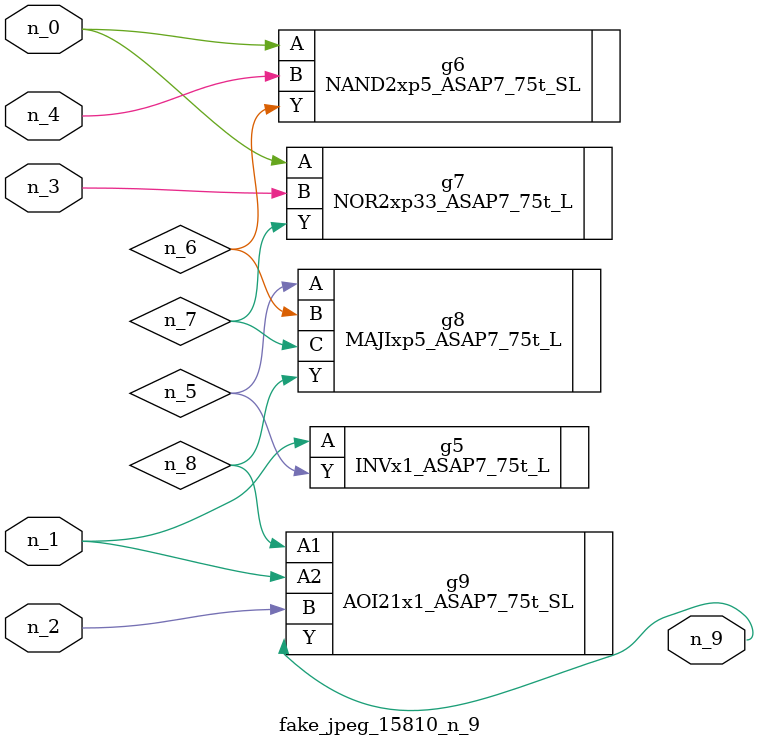
<source format=v>
module fake_jpeg_15810_n_9 (n_3, n_2, n_1, n_0, n_4, n_9);

input n_3;
input n_2;
input n_1;
input n_0;
input n_4;

output n_9;

wire n_8;
wire n_6;
wire n_5;
wire n_7;

INVx1_ASAP7_75t_L g5 ( 
.A(n_1),
.Y(n_5)
);

NAND2xp5_ASAP7_75t_SL g6 ( 
.A(n_0),
.B(n_4),
.Y(n_6)
);

NOR2xp33_ASAP7_75t_L g7 ( 
.A(n_0),
.B(n_3),
.Y(n_7)
);

MAJIxp5_ASAP7_75t_L g8 ( 
.A(n_5),
.B(n_6),
.C(n_7),
.Y(n_8)
);

AOI21x1_ASAP7_75t_SL g9 ( 
.A1(n_8),
.A2(n_1),
.B(n_2),
.Y(n_9)
);


endmodule
</source>
